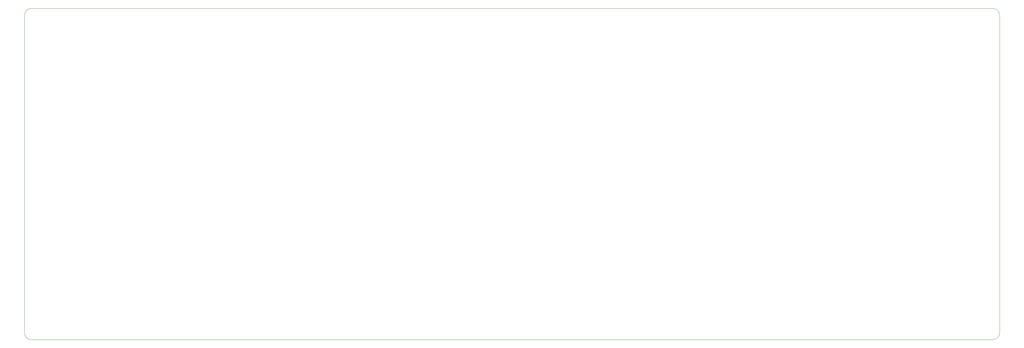
<source format=gbr>
%TF.GenerationSoftware,KiCad,Pcbnew,(5.1.6)-1*%
%TF.CreationDate,2020-11-16T00:09:50-08:00*%
%TF.ProjectId,Wireless-Keyboard,57697265-6c65-4737-932d-4b6579626f61,rev?*%
%TF.SameCoordinates,Original*%
%TF.FileFunction,Profile,NP*%
%FSLAX46Y46*%
G04 Gerber Fmt 4.6, Leading zero omitted, Abs format (unit mm)*
G04 Created by KiCad (PCBNEW (5.1.6)-1) date 2020-11-16 00:09:50*
%MOMM*%
%LPD*%
G01*
G04 APERTURE LIST*
%TA.AperFunction,Profile*%
%ADD10C,0.050000*%
%TD*%
G04 APERTURE END LIST*
D10*
X41000000Y-99000000D02*
X325000000Y-99000000D01*
X327000000Y-101000000D02*
X327000000Y-195000000D01*
X325000000Y-99000000D02*
G75*
G02*
X327000000Y-101000000I0J-2000000D01*
G01*
X41000000Y-197000000D02*
X325000000Y-197000000D01*
X39000000Y-195000000D02*
X39000000Y-101000000D01*
X327000000Y-195000000D02*
G75*
G02*
X325000000Y-197000000I-2000000J0D01*
G01*
X41000000Y-197000000D02*
G75*
G02*
X39000000Y-195000000I0J2000000D01*
G01*
X39000000Y-101000000D02*
G75*
G02*
X41000000Y-99000000I2000000J0D01*
G01*
M02*

</source>
